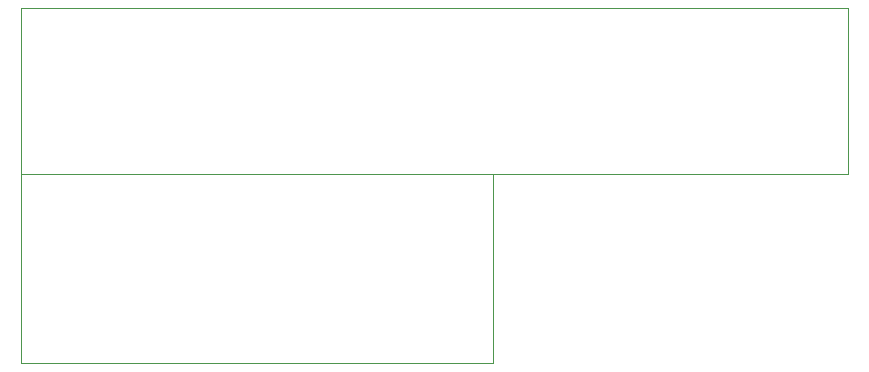
<source format=gbr>
%TF.GenerationSoftware,KiCad,Pcbnew,8.0.4*%
%TF.CreationDate,2024-09-12T20:09:12-05:00*%
%TF.ProjectId,PCBS 22,50434253-2032-4322-9e6b-696361645f70,rev?*%
%TF.SameCoordinates,Original*%
%TF.FileFunction,Profile,NP*%
%FSLAX46Y46*%
G04 Gerber Fmt 4.6, Leading zero omitted, Abs format (unit mm)*
G04 Created by KiCad (PCBNEW 8.0.4) date 2024-09-12 20:09:12*
%MOMM*%
%LPD*%
G01*
G04 APERTURE LIST*
%TA.AperFunction,Profile*%
%ADD10C,0.050000*%
%TD*%
G04 APERTURE END LIST*
D10*
X95000000Y-70000000D02*
X165000000Y-70000000D01*
X95000000Y-84000000D02*
X95000000Y-100000000D01*
X95000000Y-100000000D02*
X135000000Y-100000000D01*
X135000000Y-100000000D02*
X135000000Y-84000000D01*
X165000000Y-70000000D02*
X165000000Y-84000000D01*
X165000000Y-84000000D02*
X95000000Y-84000000D01*
X95000000Y-84000000D02*
X95000000Y-70000000D01*
M02*

</source>
